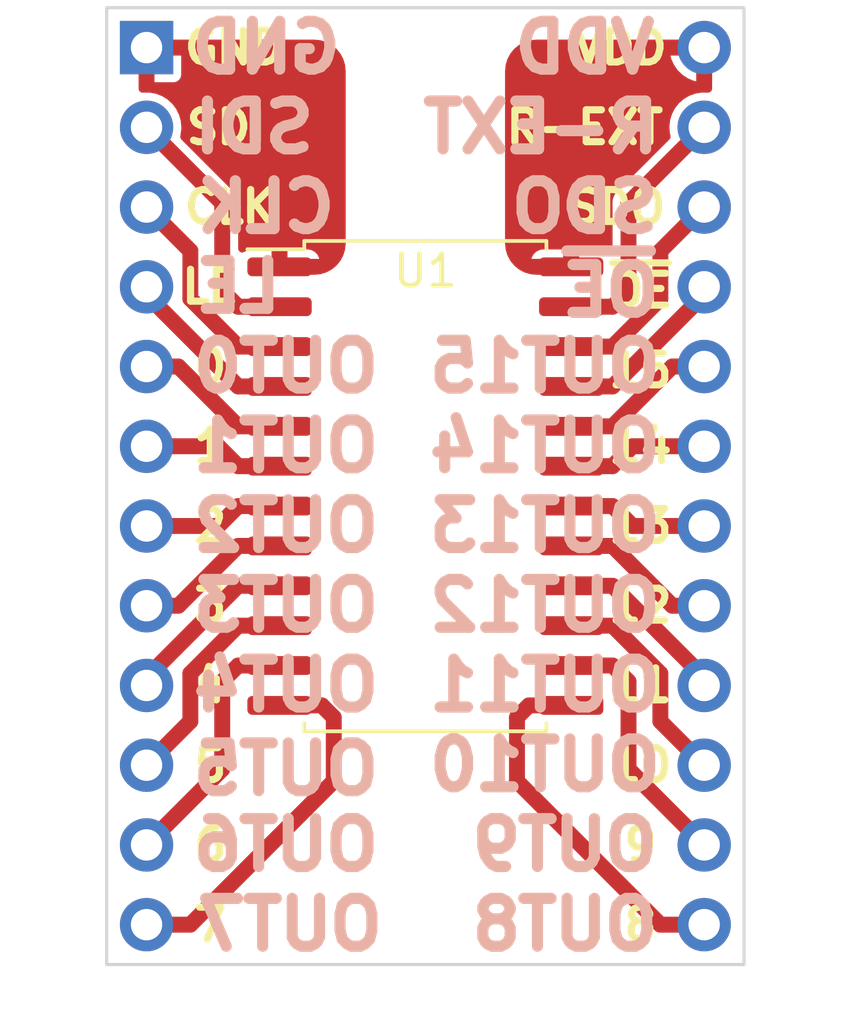
<source format=kicad_pcb>
(kicad_pcb (version 20210722) (generator pcbnew)
  (layers (0 "F.Cu" signal) (31 "B.Cu" signal) (34 "B.Paste" user) (35 "F.Paste" user) (36 "B.SilkS" user "B.Silkscreen") (37 "F.SilkS" user "F.Silkscreen") (38 "B.Mask" user) (39 "F.Mask" user) (44 "Edge.Cuts" user))
  (net 0 "")
  (net 1 "Net-(J1-Pad1)")
  (net 2 "Net-(J1-Pad2)")
  (net 3 "Net-(J1-Pad3)")
  (net 4 "Net-(J1-Pad4)")
  (net 5 "Net-(J1-Pad5)")
  (net 6 "Net-(J1-Pad6)")
  (net 7 "Net-(J1-Pad7)")
  (net 8 "Net-(J1-Pad8)")
  (net 9 "Net-(J1-Pad9)")
  (net 10 "Net-(J1-Pad10)")
  (net 11 "Net-(J1-Pad11)")
  (net 12 "Net-(J1-Pad12)")
  (net 13 "Net-(J2-Pad12)")
  (net 14 "Net-(J2-Pad11)")
  (net 15 "Net-(J2-Pad10)")
  (net 16 "Net-(J2-Pad9)")
  (net 17 "Net-(J2-Pad8)")
  (net 18 "Net-(J2-Pad7)")
  (net 19 "Net-(J2-Pad6)")
  (net 20 "Net-(J2-Pad5)")
  (net 21 "Net-(J2-Pad4)")
  (net 22 "Net-(J2-Pad3)")
  (net 23 "Net-(J2-Pad2)")
  (net 24 "Net-(J2-Pad1)")
  (footprint "SO-24_Breakout:SOIC-24W_7.5x15.4mm_P1.27mm" (layer "F.Cu") (at 146.05 92.71)
    (fp_text reference "U1" (at 0 -6.858) (layer "F.SilkS"))
    (fp_text value "STP16CPC26")
    (fp_line (start -3.86 -7.545) (end -5.675 -7.545) (layer "F.SilkS") (width 0.12))
    (fp_line (start -3.86 7.81) (end -3.86 7.545) (layer "F.SilkS") (width 0.12))
    (fp_line (start 0 -7.81) (end 3.86 -7.81) (layer "F.SilkS") (width 0.12))
    (fp_line (start 0 7.81) (end 3.86 7.81) (layer "F.SilkS") (width 0.12))
    (fp_line (start 0 7.81) (end -3.86 7.81) (layer "F.SilkS") (width 0.12))
    (fp_line (start -3.86 -7.81) (end -3.86 -7.545) (layer "F.SilkS") (width 0.12))
    (fp_line (start 3.86 -7.81) (end 3.86 -7.545) (layer "F.SilkS") (width 0.12))
    (fp_line (start 0 -7.81) (end -3.86 -7.81) (layer "F.SilkS") (width 0.12))
    (fp_line (start 3.86 7.81) (end 3.86 7.545) (layer "F.SilkS") (width 0.12))
    (pad "1" smd roundrect locked (at -4.65 -6.985) (size 2.05 0.6) (layers "F.Cu" "F.Paste" "F.Mask") (net 1 "Net-(J1-Pad1)"))
    (pad "2" smd roundrect locked (at -4.65 -5.715) (size 2.05 0.6) (layers "F.Cu" "F.Paste" "F.Mask") (net 2 "Net-(J1-Pad2)"))
    (pad "3" smd roundrect locked (at -4.65 -4.445) (size 2.05 0.6) (layers "F.Cu" "F.Paste" "F.Mask") (net 3 "Net-(J1-Pad3)"))
    (pad "4" smd roundrect locked (at -4.65 -3.175) (size 2.05 0.6) (layers "F.Cu" "F.Paste" "F.Mask") (net 4 "Net-(J1-Pad4)"))
    (pad "5" smd roundrect locked (at -4.65 -1.905) (size 2.05 0.6) (layers "F.Cu" "F.Paste" "F.Mask") (net 5 "Net-(J1-Pad5)"))
    (pad "6" smd roundrect locked (at -4.65 -0.635) (size 2.05 0.6) (layers "F.Cu" "F.Paste" "F.Mask") (net 6 "Net-(J1-Pad6)"))
    (pad "7" smd roundrect locked (at -4.65 0.635) (size 2.05 0.6) (layers "F.Cu" "F.Paste" "F.Mask") (net 7 "Net-(J1-Pad7)"))
    (pad "8" smd roundrect locked (at -4.65 1.905) (size 2.05 0.6) (layers "F.Cu" "F.Paste" "F.Mask") (net 8 "Net-(J1-Pad8)"))
    (pad "9" smd roundrect locked (at -4.65 3.175) (size 2.05 0.6) (layers "F.Cu" "F.Paste" "F.Mask") (net 9 "Net-(J1-Pad9)"))
    (pad "10" smd roundrect locked (at -4.65 4.445) (size 2.05 0.6) (layers "F.Cu" "F.Paste" "F.Mask") (net 10 "Net-(J1-Pad10)"))
    (pad "11" smd roundrect locked (at -4.65 5.715) (size 2.05 0.6) (layers "F.Cu" "F.Paste" "F.Mask") (net 11 "Net-(J1-Pad11)"))
    (pad "12" smd roundrect locked (at -4.65 6.985) (size 2.05 0.6) (layers "F.Cu" "F.Paste" "F.Mask") (net 12 "Net-(J1-Pad12)"))
    (pad "13" smd roundrect locked (at 4.65 6.985) (size 2.05 0.6) (layers "F.Cu" "F.Paste" "F.Mask") (net 13 "Net-(J2-Pad12)"))
    (pad "14" smd roundrect locked (at 4.65 5.715) (size 2.05 0.6) (layers "F.Cu" "F.Paste" "F.Mask") (net 14 "Net-(J2-Pad11)"))
    (pad "15" smd roundrect locked (at 4.65 4.445) (size 2.05 0.6) (layers "F.Cu" "F.Paste" "F.Mask") (net 15 "Net-(J2-Pad10)"))
    (pad "16" smd roundrect locked (at 4.65 3.175) (size 2.05 0.6) (layers "F.Cu" "F.Paste" "F.Mask") (net 16 "Net-(J2-Pad9)"))
    (pad "17" smd roundrect locked (at 4.65 1.905) (size 2.05 0.6) (layers "F.Cu" "F.Paste" "F.Mask") (net 17 "Net-(J2-Pad8)"))
    (pad "18" smd roundrect locked (at 4.65 0.635) (size 2.05 0.6) (layers "F.Cu" "F.Paste" "F.Mask") (net 18 "Net-(J2-Pad7)"))
    (pad "19" smd roundrect locked (at 4.65 -0.635) (size 2.05 0.6) (layers "F.Cu" "F.Paste" "F.Mask") (net 19 "Net-(J2-Pad6)"))
    (pad "20" smd roundrect locked (at 4.65 -1.905) (size 2.05 0.6) (layers "F.Cu" "F.Paste" "F.Mask") (net 20 "Net-(J2-Pad5)"))
    (pad "21" smd roundrect locked (at 4.65 -3.175) (size 2.05 0.6) (layers "F.Cu" "F.Paste" "F.Mask") (net 21 "Net-(J2-Pad4)"))
    (pad "22" smd roundrect locked (at 4.65 -4.445) (size 2.05 0.6) (layers "F.Cu" "F.Paste" "F.Mask") (net 22 "Net-(J2-Pad3)"))
    (pad "23" smd roundrect locked (at 4.65 -5.715) (size 2.05 0.6) (layers "F.Cu" "F.Paste" "F.Mask") (net 23 "Net-(J2-Pad2)"))
    (pad "24" smd roundrect locked (at 4.65 -6.985) (size 2.05 0.6) (layers "F.Cu" "F.Paste" "F.Mask") (net 24 "Net-(J2-Pad1)"))
  )
  (footprint "SO-24_Breakout:PinHeader_1x12_P2.54mm_Vertical" (layer "B.Cu") (at 137.16 78.74 180)
    (fp_text reference "J1" hide)
    (fp_text value "Conn_01x12")
    (pad "1" thru_hole rect locked (at 0 0 180) (size 1.7 1.7) (drill 1) (layers *.Cu *.Mask) (net 1 "Net-(J1-Pad1)"))
    (pad "2" thru_hole oval locked (at 0 -2.54 180) (size 1.7 1.7) (drill 1) (layers *.Cu *.Mask) (net 2 "Net-(J1-Pad2)"))
    (pad "3" thru_hole oval locked (at 0 -5.08 180) (size 1.7 1.7) (drill 1) (layers *.Cu *.Mask) (net 3 "Net-(J1-Pad3)"))
    (pad "4" thru_hole oval locked (at 0 -7.62 180) (size 1.7 1.7) (drill 1) (layers *.Cu *.Mask) (net 4 "Net-(J1-Pad4)"))
    (pad "5" thru_hole oval locked (at 0 -10.16 180) (size 1.7 1.7) (drill 1) (layers *.Cu *.Mask) (net 5 "Net-(J1-Pad5)"))
    (pad "6" thru_hole oval locked (at 0 -12.7 180) (size 1.7 1.7) (drill 1) (layers *.Cu *.Mask) (net 6 "Net-(J1-Pad6)"))
    (pad "7" thru_hole oval locked (at 0 -15.24 180) (size 1.7 1.7) (drill 1) (layers *.Cu *.Mask) (net 7 "Net-(J1-Pad7)"))
    (pad "8" thru_hole oval locked (at 0 -17.78 180) (size 1.7 1.7) (drill 1) (layers *.Cu *.Mask) (net 8 "Net-(J1-Pad8)"))
    (pad "9" thru_hole oval locked (at 0 -20.32 180) (size 1.7 1.7) (drill 1) (layers *.Cu *.Mask) (net 9 "Net-(J1-Pad9)"))
    (pad "10" thru_hole oval locked (at 0 -22.86 180) (size 1.7 1.7) (drill 1) (layers *.Cu *.Mask) (net 10 "Net-(J1-Pad10)"))
    (pad "11" thru_hole oval locked (at 0 -25.4 180) (size 1.7 1.7) (drill 1) (layers *.Cu *.Mask) (net 11 "Net-(J1-Pad11)"))
    (pad "12" thru_hole oval locked (at 0 -27.94 180) (size 1.7 1.7) (drill 1) (layers *.Cu *.Mask) (net 12 "Net-(J1-Pad12)"))
  )
  (footprint "SO-24_Breakout:PinHeader_1x12_P2.54mm_Vertical_No_GND" (layer "B.Cu") (at 154.94 78.74 180)
    (fp_text reference "J2" hide)
    (fp_text value "Conn_01x12")
    (pad "1" thru_hole oval locked (at 0 0 180) (size 1.7 1.7) (drill 1) (layers *.Cu *.Mask) (net 24 "Net-(J2-Pad1)"))
    (pad "2" thru_hole oval locked (at 0 -2.54 180) (size 1.7 1.7) (drill 1) (layers *.Cu *.Mask) (net 23 "Net-(J2-Pad2)"))
    (pad "3" thru_hole oval locked (at 0 -5.08 180) (size 1.7 1.7) (drill 1) (layers *.Cu *.Mask) (net 22 "Net-(J2-Pad3)"))
    (pad "4" thru_hole oval locked (at 0 -7.62 180) (size 1.7 1.7) (drill 1) (layers *.Cu *.Mask) (net 21 "Net-(J2-Pad4)"))
    (pad "5" thru_hole oval locked (at 0 -10.16 180) (size 1.7 1.7) (drill 1) (layers *.Cu *.Mask) (net 20 "Net-(J2-Pad5)"))
    (pad "6" thru_hole oval locked (at 0 -12.7 180) (size 1.7 1.7) (drill 1) (layers *.Cu *.Mask) (net 19 "Net-(J2-Pad6)"))
    (pad "7" thru_hole oval locked (at 0 -15.24 180) (size 1.7 1.7) (drill 1) (layers *.Cu *.Mask) (net 18 "Net-(J2-Pad7)"))
    (pad "8" thru_hole oval locked (at 0 -17.78 180) (size 1.7 1.7) (drill 1) (layers *.Cu *.Mask) (net 17 "Net-(J2-Pad8)"))
    (pad "9" thru_hole oval locked (at 0 -20.32 180) (size 1.7 1.7) (drill 1) (layers *.Cu *.Mask) (net 16 "Net-(J2-Pad9)"))
    (pad "10" thru_hole oval locked (at 0 -22.86 180) (size 1.7 1.7) (drill 1) (layers *.Cu *.Mask) (net 15 "Net-(J2-Pad10)"))
    (pad "11" thru_hole oval locked (at 0 -25.4 180) (size 1.7 1.7) (drill 1) (layers *.Cu *.Mask) (net 14 "Net-(J2-Pad11)"))
    (pad "12" thru_hole oval locked (at 0 -27.94 180) (size 1.7 1.7) (drill 1) (layers *.Cu *.Mask) (net 13 "Net-(J2-Pad12)"))
  )
  (gr_line (start 150.5585 85.217) (end 153.2255 85.217) (layer "B.SilkS") (width 0.3556))
  (gr_line (start 152.019 85.598) (end 153.797 85.598) (layer "F.SilkS") (width 0.2286))
  (gr_rect (start 135.89 77.47) (end 156.21 107.95) (layer "Edge.Cuts") (width 0.1) (fill none))
  (gr_text "OUT8" (at 150.495 106.68) (layer "B.SilkS") (effects (font (size 1.524 1.524) (thickness 0.3556)) (justify mirror)))
  (gr_text "OUT13" (at 149.86 93.98) (layer "B.SilkS") (effects (font (size 1.524 1.524) (thickness 0.3556)) (justify mirror)))
  (gr_text "OUT3" (at 141.605 96.52) (layer "B.SilkS") (effects (font (size 1.524 1.524) (thickness 0.3556)) (justify mirror)))
  (gr_text "OUT4" (at 141.605 99.06) (layer "B.SilkS") (effects (font (size 1.524 1.524) (thickness 0.3556)) (justify mirror)))
  (gr_text "OUT2" (at 141.605 93.98) (layer "B.SilkS") (effects (font (size 1.524 1.524) (thickness 0.3556)) (justify mirror)))
  (gr_text "OUT11" (at 149.86 99.06) (layer "B.SilkS") (effects (font (size 1.524 1.524) (thickness 0.3556)) (justify mirror)))
  (gr_text "SDO" (at 151.13 83.82) (layer "B.SilkS") (effects (font (size 1.524 1.524) (thickness 0.3556)) (justify mirror)))
  (gr_text "CLK" (at 140.97 83.82) (layer "B.SilkS") (effects (font (size 1.524 1.524) (thickness 0.3556)) (justify mirror)))
  (gr_text "OUT6" (at 141.605 104.14) (layer "B.SilkS") (effects (font (size 1.524 1.524) (thickness 0.3556)) (justify mirror)))
  (gr_text "LE" (at 140.081 86.36) (layer "B.SilkS") (effects (font (size 1.524 1.524) (thickness 0.3556)) (justify mirror)))
  (gr_text "OUT9" (at 150.495 104.14) (layer "B.SilkS") (effects (font (size 1.524 1.524) (thickness 0.3556)) (justify mirror)))
  (gr_text "OUT7" (at 141.732 106.68) (layer "B.SilkS") (effects (font (size 1.524 1.524) (thickness 0.3556)) (justify mirror)))
  (gr_text "VDD" (at 151.13 78.74) (layer "B.SilkS") (effects (font (size 1.524 1.524) (thickness 0.3556)) (justify mirror)))
  (gr_text "OE" (at 151.9555 86.487) (layer "B.SilkS") (effects (font (size 1.524 1.524) (thickness 0.3556)) (justify mirror)))
  (gr_text "OUT12" (at 149.86 96.52) (layer "B.SilkS") (effects (font (size 1.524 1.524) (thickness 0.3556)) (justify mirror)))
  (gr_text "R-EXT" (at 149.733 81.28) (layer "B.SilkS") (effects (font (size 1.524 1.524) (thickness 0.3556)) (justify mirror)))
  (gr_text "SDI" (at 140.589 81.28) (layer "B.SilkS") (effects (font (size 1.524 1.524) (thickness 0.3556)) (justify mirror)))
  (gr_text "OUT0" (at 141.605 88.9) (layer "B.SilkS") (effects (font (size 1.524 1.524) (thickness 0.3556)) (justify mirror)))
  (gr_text "OUT5" (at 141.605 101.727) (layer "B.SilkS") (effects (font (size 1.524 1.524) (thickness 0.3556)) (justify mirror)))
  (gr_text "OUT15" (at 149.86 88.9) (layer "B.SilkS") (effects (font (size 1.524 1.524) (thickness 0.3556)) (justify mirror)))
  (gr_text "OUT1" (at 141.605 91.44) (layer "B.SilkS") (effects (font (size 1.524 1.524) (thickness 0.3556)) (justify mirror)))
  (gr_text "OUT14" (at 149.86 91.44) (layer "B.SilkS") (effects (font (size 1.524 1.524) (thickness 0.3556)) (justify mirror)))
  (gr_text "OUT10" (at 149.86 101.6) (layer "B.SilkS") (effects (font (size 1.524 1.524) (thickness 0.3556)) (justify mirror)))
  (gr_text "GND" (at 140.97 78.74) (layer "B.SilkS") (effects (font (size 1.524 1.524) (thickness 0.3556)) (justify mirror)))
  (gr_text "8" (at 152.908 106.68) (layer "F.SilkS") (effects (font (size 1.016 1.016) (thickness 0.2286))))
  (gr_text "SDI" (at 139.7 81.28) (layer "F.SilkS") (effects (font (size 1.016 1.016) (thickness 0.2286))))
  (gr_text "6" (at 139.192 104.14) (layer "F.SilkS") (effects (font (size 1.016 1.016) (thickness 0.2286))))
  (gr_text "GND" (at 139.954 78.74) (layer "F.SilkS") (effects (font (size 1.016 1.016) (thickness 0.2286))))
  (gr_text "OE" (at 152.908 86.487) (layer "F.SilkS") (effects (font (size 1.016 1.016) (thickness 0.2286))))
  (gr_text "14" (at 152.908 91.44) (layer "F.SilkS") (effects (font (size 1.016 1.016) (thickness 0.2286))))
  (gr_text "11" (at 152.908 99.06) (layer "F.SilkS") (effects (font (size 1.016 1.016) (thickness 0.2286))))
  (gr_text "VDD" (at 152.273 78.74) (layer "F.SilkS") (effects (font (size 1.016 1.016) (thickness 0.2286))))
  (gr_text "SDO" (at 152.146 83.82) (layer "F.SilkS") (effects (font (size 1.016 1.016) (thickness 0.2286))))
  (gr_text "LE" (at 139.192 86.36) (layer "F.SilkS") (effects (font (size 1.016 1.016) (thickness 0.2286))))
  (gr_text "4" (at 139.192 99.06) (layer "F.SilkS") (effects (font (size 1.016 1.016) (thickness 0.2286))))
  (gr_text "CLK" (at 139.827 83.82) (layer "F.SilkS") (effects (font (size 1.016 1.016) (thickness 0.2286))))
  (gr_text "13" (at 152.908 93.98) (layer "F.SilkS") (effects (font (size 1.016 1.016) (thickness 0.2286))))
  (gr_text "12" (at 152.908 96.52) (layer "F.SilkS") (effects (font (size 1.016 1.016) (thickness 0.2286))))
  (gr_text "7" (at 139.192 106.68) (layer "F.SilkS") (effects (font (size 1.016 1.016) (thickness 0.2286))))
  (gr_text "2" (at 139.192 93.98) (layer "F.SilkS") (effects (font (size 1.016 1.016) (thickness 0.2286))))
  (gr_text "5" (at 139.192 101.6) (layer "F.SilkS") (effects (font (size 1.016 1.016) (thickness 0.2286))))
  (gr_text "9" (at 152.908 104.14) (layer "F.SilkS") (effects (font (size 1.016 1.016) (thickness 0.2286))))
  (gr_text "3" (at 139.192 96.52) (layer "F.SilkS") (effects (font (size 1.016 1.016) (thickness 0.2286))))
  (gr_text "0" (at 139.192 88.9) (layer "F.SilkS") (effects (font (size 1.016 1.016) (thickness 0.2286))))
  (gr_text "10" (at 152.908 101.6) (layer "F.SilkS") (effects (font (size 1.016 1.016) (thickness 0.2286))))
  (gr_text "15" (at 152.908 89.027) (layer "F.SilkS") (effects (font (size 1.016 1.016) (thickness 0.2286))))
  (gr_text "R-EXT" (at 151.13 81.28) (layer "F.SilkS") (effects (font (size 1.016 1.016) (thickness 0.2286))))
  (gr_text "1" (at 139.192 91.44) (layer "F.SilkS") (effects (font (size 1.016 1.016) (thickness 0.2286))))
  (segment (start 139.573 86.487) (end 139.573 83.693) (width 0.508) (layer "F.Cu") (net 2))
  (segment (start 141.4 86.995) (end 140.081 86.995) (width 0.508) (layer "F.Cu") (net 2))
  (segment (start 139.573 83.693) (end 137.16 81.28) (width 0.508) (layer "F.Cu") (net 2))
  (segment (start 140.081 86.995) (end 139.573 86.487) (width 0.508) (layer "F.Cu") (net 2))
  (segment (start 140.081 88.265) (end 138.557 86.741) (width 0.508) (layer "F.Cu") (net 3))
  (segment (start 138.557 85.217) (end 137.16 83.82) (width 0.508) (layer "F.Cu") (net 3))
  (segment (start 138.557 86.741) (end 138.557 85.217) (width 0.508) (layer "F.Cu") (net 3))
  (segment (start 141.4 88.265) (end 140.081 88.265) (width 0.508) (layer "F.Cu") (net 3))
  (segment (start 141.4 89.535) (end 140.081 89.535) (width 0.508) (layer "F.Cu") (net 4))
  (segment (start 140.081 89.535) (end 137.16 86.614) (width 0.508) (layer "F.Cu") (net 4))
  (segment (start 137.16 86.614) (end 137.16 86.36) (width 0.508) (layer "F.Cu") (net 4))
  (segment (start 140.081 90.805) (end 138.176 88.9) (width 0.508) (layer "F.Cu") (net 5))
  (segment (start 138.176 88.9) (end 137.16 88.9) (width 0.508) (layer "F.Cu") (net 5))
  (segment (start 141.4 90.805) (end 140.081 90.805) (width 0.508) (layer "F.Cu") (net 5))
  (segment (start 140.081 92.075) (end 139.446 91.44) (width 0.508) (layer "F.Cu") (net 6))
  (segment (start 139.446 91.44) (end 137.16 91.44) (width 0.508) (layer "F.Cu") (net 6))
  (segment (start 141.4 92.075) (end 140.081 92.075) (width 0.508) (layer "F.Cu") (net 6))
  (segment (start 139.446 93.98) (end 137.16 93.98) (width 0.508) (layer "F.Cu") (net 7))
  (segment (start 141.4 93.345) (end 140.081 93.345) (width 0.508) (layer "F.Cu") (net 7))
  (segment (start 140.081 93.345) (end 139.446 93.98) (width 0.508) (layer "F.Cu") (net 7))
  (segment (start 141.4 94.615) (end 140.081 94.615) (width 0.508) (layer "F.Cu") (net 8))
  (segment (start 138.176 96.52) (end 137.16 96.52) (width 0.508) (layer "F.Cu") (net 8))
  (segment (start 140.081 94.615) (end 138.176 96.52) (width 0.508) (layer "F.Cu") (net 8))
  (segment (start 140.081 95.885) (end 137.16 98.806) (width 0.508) (layer "F.Cu") (net 9))
  (segment (start 137.16 98.806) (end 137.16 99.06) (width 0.508) (layer "F.Cu") (net 9))
  (segment (start 141.4 95.885) (end 140.081 95.885) (width 0.508) (layer "F.Cu") (net 9))
  (segment (start 140.081 97.155) (end 138.557 98.679) (width 0.508) (layer "F.Cu") (net 10))
  (segment (start 138.557 98.679) (end 138.557 100.203) (width 0.508) (layer "F.Cu") (net 10))
  (segment (start 141.4 97.155) (end 140.081 97.155) (width 0.508) (layer "F.Cu") (net 10))
  (segment (start 138.557 100.203) (end 137.16 101.6) (width 0.508) (layer "F.Cu") (net 10))
  (segment (start 141.4 98.425) (end 140.081 98.425) (width 0.508) (layer "F.Cu") (net 11))
  (segment (start 139.573 98.933) (end 139.573 101.727) (width 0.508) (layer "F.Cu") (net 11))
  (segment (start 139.573 101.727) (end 137.16 104.14) (width 0.508) (layer "F.Cu") (net 11))
  (segment (start 140.081 98.425) (end 139.573 98.933) (width 0.508) (layer "F.Cu") (net 11))
  (segment (start 142.748 99.695) (end 143.129 100.076) (width 0.508) (layer "F.Cu") (net 12))
  (segment (start 138.557 106.68) (end 137.16 106.68) (width 0.508) (layer "F.Cu") (net 12))
  (segment (start 143.129 102.108) (end 138.557 106.68) (width 0.508) (layer "F.Cu") (net 12))
  (segment (start 141.4 99.695) (end 142.748 99.695) (width 0.508) (layer "F.Cu") (net 12))
  (segment (start 143.129 100.076) (end 143.129 102.108) (width 0.508) (layer "F.Cu") (net 12))
  (segment (start 150.7 99.695) (end 149.352 99.695) (width 0.508) (layer "F.Cu") (net 13))
  (segment (start 148.971 102.108) (end 153.543 106.68) (width 0.508) (layer "F.Cu") (net 13))
  (segment (start 149.352 99.695) (end 148.971 100.076) (width 0.508) (layer "F.Cu") (net 13))
  (segment (start 148.971 100.076) (end 148.971 102.108) (width 0.508) (layer "F.Cu") (net 13))
  (segment (start 153.543 106.68) (end 154.94 106.68) (width 0.508) (layer "F.Cu") (net 13))
  (segment (start 152.527 101.727) (end 154.94 104.14) (width 0.508) (layer "F.Cu") (net 14))
  (segment (start 152.527 98.933) (end 152.527 101.727) (width 0.508) (layer "F.Cu") (net 14))
  (segment (start 150.7 98.425) (end 152.019 98.425) (width 0.508) (layer "F.Cu") (net 14))
  (segment (start 152.019 98.425) (end 152.527 98.933) (width 0.508) (layer "F.Cu") (net 14))
  (segment (start 153.543 98.679) (end 153.543 100.203) (width 0.508) (layer "F.Cu") (net 15))
  (segment (start 153.543 100.203) (end 154.94 101.6) (width 0.508) (layer "F.Cu") (net 15))
  (segment (start 152.019 97.155) (end 153.543 98.679) (width 0.508) (layer "F.Cu") (net 15))
  (segment (start 150.7 97.155) (end 152.019 97.155) (width 0.508) (layer "F.Cu") (net 15))
  (segment (start 152.019 95.885) (end 154.94 98.806) (width 0.508) (layer "F.Cu") (net 16))
  (segment (start 150.7 95.885) (end 152.019 95.885) (width 0.508) (layer "F.Cu") (net 16))
  (segment (start 154.94 98.806) (end 154.94 99.06) (width 0.508) (layer "F.Cu") (net 16))
  (segment (start 152.019 94.615) (end 153.924 96.52) (width 0.508) (layer "F.Cu") (net 17))
  (segment (start 153.924 96.52) (end 154.94 96.52) (width 0.508) (layer "F.Cu") (net 17))
  (segment (start 150.7 94.615) (end 152.019 94.615) (width 0.508) (layer "F.Cu") (net 17))
  (segment (start 152.654 93.98) (end 154.94 93.98) (width 0.508) (layer "F.Cu") (net 18))
  (segment (start 152.019 93.345) (end 152.654 93.98) (width 0.508) (layer "F.Cu") (net 18))
  (segment (start 150.7 93.345) (end 152.019 93.345) (width 0.508) (layer "F.Cu") (net 18))
  (segment (start 150.7 92.075) (end 152.019 92.075) (width 0.508) (layer "F.Cu") (net 19))
  (segment (start 152.654 91.44) (end 154.94 91.44) (width 0.508) (layer "F.Cu") (net 19))
  (segment (start 152.019 92.075) (end 152.654 91.44) (width 0.508) (layer "F.Cu") (net 19))
  (segment (start 153.924 88.9) (end 154.94 88.9) (width 0.508) (layer "F.Cu") (net 20))
  (segment (start 152.019 90.805) (end 153.924 88.9) (width 0.508) (layer "F.Cu") (net 20))
  (segment (start 150.7 90.805) (end 152.019 90.805) (width 0.508) (layer "F.Cu") (net 20))
  (segment (start 150.7 89.535) (end 152.019 89.535) (width 0.508) (layer "F.Cu") (net 21))
  (segment (start 154.94 86.614) (end 154.94 86.36) (width 0.508) (layer "F.Cu") (net 21))
  (segment (start 152.019 89.535) (end 154.94 86.614) (width 0.508) (layer "F.Cu") (net 21))
  (segment (start 152.019 88.265) (end 153.543 86.741) (width 0.508) (layer "F.Cu") (net 22))
  (segment (start 153.543 86.741) (end 153.543 85.217) (width 0.508) (layer "F.Cu") (net 22))
  (segment (start 150.7 88.265) (end 152.019 88.265) (width 0.508) (layer "F.Cu") (net 22))
  (segment (start 153.543 85.217) (end 154.94 83.82) (width 0.508) (layer "F.Cu") (net 22))
  (segment (start 152.019 86.995) (end 152.527 86.487) (width 0.508) (layer "F.Cu") (net 23))
  (segment (start 152.527 86.487) (end 152.527 83.693) (width 0.508) (layer "F.Cu") (net 23))
  (segment (start 152.527 83.693) (end 154.94 81.28) (width 0.508) (layer "F.Cu") (net 23))
  (segment (start 150.7 86.995) (end 152.019 86.995) (width 0.508) (layer "F.Cu") (net 23))
  (zone (net 24) (net_name "Net-(J2-Pad1)") (layer "F.Cu") (connect_pads (clearance 0.254)) (min_thickness 0.254) (fill yes (thermal_gap 0.254) (thermal_bridge_width 0.508) (smoothing fillet) (radius 1))
    (polygon (pts (xy 155.194 85.979) (xy 148.59 85.979) (xy 148.59 78.486) (xy 155.194 78.486)))
  )
  (zone (net 1) (net_name "Net-(J1-Pad1)") (layer "F.Cu") (connect_pads (clearance 0.254)) (min_thickness 0.254) (fill yes (thermal_gap 0.254) (thermal_bridge_width 0.508) (smoothing fillet) (radius 1))
    (polygon (pts (xy 143.51 85.979) (xy 136.906 85.979) (xy 136.906 78.486) (xy 143.51 78.486)))
  )
)
</source>
